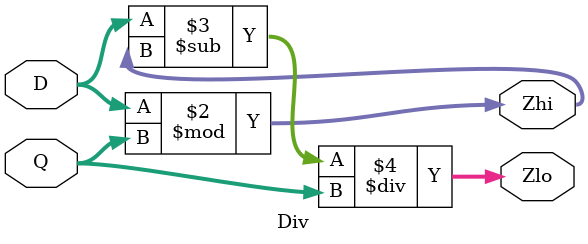
<source format=v>
module Div(
input signed [31:0] D, Q, 
output reg [31:0] Zhi,Zlo);
	
	always @ (D or Q)
	begin
		Zhi = D % Q;
		Zlo = (D - Zhi) / Q;
	end
				
endmodule

</source>
